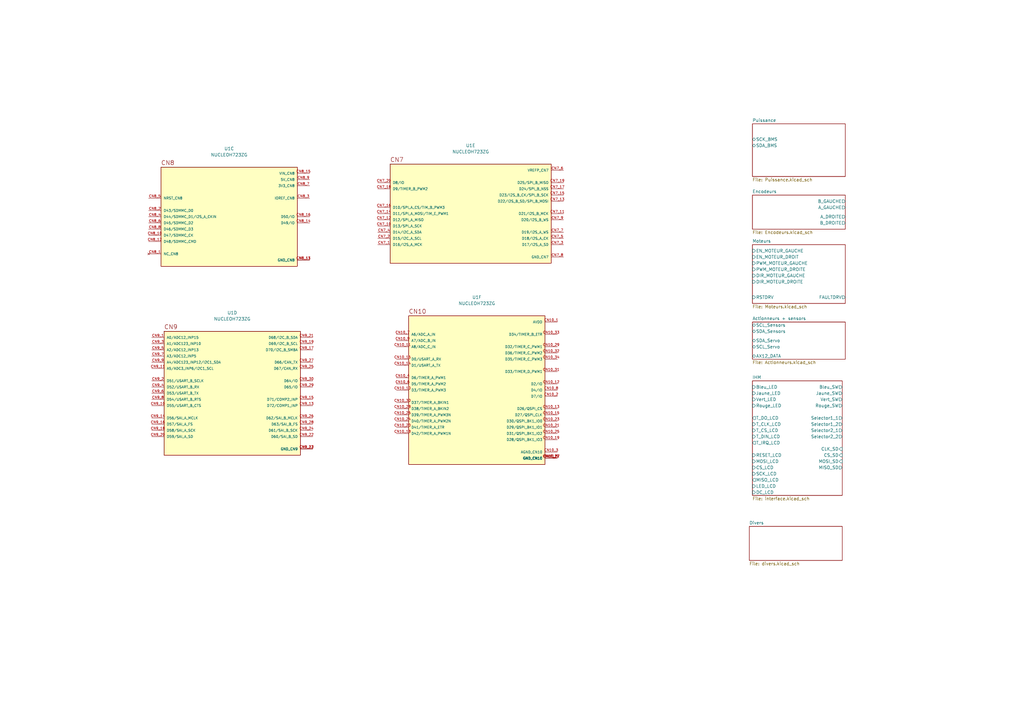
<source format=kicad_sch>
(kicad_sch (version 20231120) (generator "eeschema") (generator_version "8.0")
  (paper "A3")
  (lib_symbols
    (symbol "NUCLEOH723ZG:NUCLEOH723ZG" (pin_names (offset 1.016))
      (property "Reference" "U" (at -12.7 57.15 0))
      (property "Value" "NUCLEOH723ZG" (at -12.7 -54.61 0))
      (symbol "NUCLEOH723ZG_1_0"
        (rectangle (start -12.7 -53.34) (end 12.7 53.34) (stroke (width 0.254)) (fill (type background)))
        (text "CN11" (at -12.7 54.102 0) (effects (font (size 1.778 1.778)) (justify left bottom)))
        (pin bidirectional line (at -17.78 -7.62 0) (length 5.08) (name "PC10") (number "CN11_1"))
        (pin no_connect line (at 17.78 -45.72 180) (length 5.08) (name "NC") (number "CN11_10"))
        (pin bidirectional line (at 17.78 0 180) (length 5.08) (name "PF7") (number "CN11_11"))
        (pin bidirectional line (at 17.78 33.02 180) (length 5.08) (name "IOREF") (number "CN11_12"))
        (pin bidirectional line (at -17.78 20.32 0) (length 5.08) (name "PA13") (number "CN11_13"))
        (pin input line (at -17.78 33.02 0) (length 5.08) (name "NRST") (number "CN11_14"))
        (pin bidirectional line (at -17.78 17.78 0) (length 5.08) (name "PA14") (number "CN11_15"))
        (pin power_in line (at 17.78 50.8 180) (length 5.08) (name "3V3") (number "CN11_16"))
        (pin bidirectional line (at -17.78 15.24 0) (length 5.08) (name "PA15") (number "CN11_17"))
        (pin power_in line (at 17.78 48.26 180) (length 5.08) (name "5V") (number "CN11_18"))
        (pin power_in line (at 17.78 -50.8 180) (length 5.08) (name "GND_CN11") (number "CN11_19"))
        (pin bidirectional line (at -17.78 -10.16 0) (length 5.08) (name "PC11") (number "CN11_2"))
        (pin power_in line (at 17.78 -50.8 180) (length 5.08) (name "GND_CN11") (number "CN11_20"))
        (pin bidirectional line (at -17.78 7.62 0) (length 5.08) (name "PB7") (number "CN11_21"))
        (pin power_in line (at 17.78 -50.8 180) (length 5.08) (name "GND_CN11") (number "CN11_22"))
        (pin bidirectional line (at -17.78 -15.24 0) (length 5.08) (name "PC13") (number "CN11_23"))
        (pin power_in line (at 17.78 38.1 180) (length 5.08) (name "VIN") (number "CN11_24"))
        (pin bidirectional line (at -17.78 -17.78 0) (length 5.08) (name "PC14") (number "CN11_25"))
        (pin no_connect line (at 17.78 -45.72 180) (length 5.08) (name "NC") (number "CN11_26"))
        (pin bidirectional line (at -17.78 -20.32 0) (length 5.08) (name "PC15") (number "CN11_27"))
        (pin bidirectional line (at -17.78 27.94 0) (length 5.08) (name "PA0") (number "CN11_28"))
        (pin bidirectional line (at 17.78 -38.1 180) (length 5.08) (name "PH0") (number "CN11_29"))
        (pin bidirectional line (at -17.78 -12.7 0) (length 5.08) (name "PC12") (number "CN11_3"))
        (pin bidirectional line (at -17.78 25.4 0) (length 5.08) (name "PA1") (number "CN11_30"))
        (pin bidirectional line (at 17.78 -40.64 180) (length 5.08) (name "PH1") (number "CN11_31"))
        (pin bidirectional line (at -17.78 22.86 0) (length 5.08) (name "PA4") (number "CN11_32"))
        (pin power_in line (at 17.78 43.18 180) (length 5.08) (name "VBAT") (number "CN11_33"))
        (pin bidirectional line (at -17.78 10.16 0) (length 5.08) (name "PB0") (number "CN11_34"))
        (pin bidirectional line (at -17.78 -2.54 0) (length 5.08) (name "PC2") (number "CN11_35"))
        (pin bidirectional line (at -17.78 0 0) (length 5.08) (name "PC1") (number "CN11_36"))
        (pin bidirectional line (at -17.78 -5.08 0) (length 5.08) (name "PC3") (number "CN11_37"))
        (pin bidirectional line (at -17.78 2.54 0) (length 5.08) (name "PC0") (number "CN11_38"))
        (pin bidirectional line (at -17.78 -35.56 0) (length 5.08) (name "PD4") (number "CN11_39"))
        (pin bidirectional line (at -17.78 -30.48 0) (length 5.08) (name "PD2") (number "CN11_4"))
        (pin bidirectional line (at -17.78 -33.02 0) (length 5.08) (name "PD3") (number "CN11_40"))
        (pin bidirectional line (at -17.78 -38.1 0) (length 5.08) (name "PD5") (number "CN11_41"))
        (pin bidirectional line (at 17.78 -15.24 180) (length 5.08) (name "PG2") (number "CN11_42"))
        (pin bidirectional line (at -17.78 -40.64 0) (length 5.08) (name "PD6") (number "CN11_43"))
        (pin bidirectional line (at 17.78 -17.78 180) (length 5.08) (name "PG3") (number "CN11_44"))
        (pin bidirectional line (at -17.78 -43.18 0) (length 5.08) (name "PD7") (number "CN11_45"))
        (pin bidirectional line (at 17.78 25.4 180) (length 5.08) (name "PE2") (number "CN11_46"))
        (pin bidirectional line (at 17.78 22.86 180) (length 5.08) (name "PE3") (number "CN11_47"))
        (pin bidirectional line (at 17.78 20.32 180) (length 5.08) (name "PE4") (number "CN11_48"))
        (pin power_in line (at 17.78 -50.8 180) (length 5.08) (name "GND_CN11") (number "CN11_49"))
        (pin power_in line (at 17.78 40.64 180) (length 5.08) (name "3V3_VDD") (number "CN11_5"))
        (pin bidirectional line (at 17.78 17.78 180) (length 5.08) (name "PE5") (number "CN11_50"))
        (pin bidirectional line (at 17.78 7.62 180) (length 5.08) (name "PF1") (number "CN11_51"))
        (pin bidirectional line (at 17.78 5.08 180) (length 5.08) (name "PF2") (number "CN11_52"))
        (pin bidirectional line (at 17.78 10.16 180) (length 5.08) (name "PF0") (number "CN11_53"))
        (pin bidirectional line (at 17.78 -2.54 180) (length 5.08) (name "PF8") (number "CN11_54"))
        (pin bidirectional line (at -17.78 -27.94 0) (length 5.08) (name "PD1") (number "CN11_55"))
        (pin bidirectional line (at 17.78 -5.08 180) (length 5.08) (name "PF9") (number "CN11_56"))
        (pin bidirectional line (at -17.78 -25.4 0) (length 5.08) (name "PD0") (number "CN11_57"))
        (pin bidirectional line (at 17.78 -12.7 180) (length 5.08) (name "PG1") (number "CN11_58"))
        (pin bidirectional line (at 17.78 -10.16 180) (length 5.08) (name "PG0") (number "CN11_59"))
        (pin power_in line (at 17.78 45.72 180) (length 5.08) (name "5V_EXT") (number "CN11_6"))
        (pin power_in line (at 17.78 -50.8 180) (length 5.08) (name "GND_CN11") (number "CN11_60"))
        (pin bidirectional line (at 17.78 27.94 180) (length 5.08) (name "PE1") (number "CN11_61"))
        (pin bidirectional line (at 17.78 15.24 180) (length 5.08) (name "PE6") (number "CN11_62"))
        (pin bidirectional line (at 17.78 -20.32 180) (length 5.08) (name "PG9") (number "CN11_63"))
        (pin bidirectional line (at 17.78 -33.02 180) (length 5.08) (name "PG15") (number "CN11_64"))
        (pin bidirectional line (at 17.78 -27.94 180) (length 5.08) (name "PG12") (number "CN11_65"))
        (pin bidirectional line (at 17.78 -22.86 180) (length 5.08) (name "PG10") (number "CN11_66"))
        (pin no_connect line (at 17.78 -45.72 180) (length 5.08) (name "NC") (number "CN11_67"))
        (pin bidirectional line (at 17.78 -30.48 180) (length 5.08) (name "PG13") (number "CN11_68"))
        (pin bidirectional line (at -17.78 -45.72 0) (length 5.08) (name "PD9") (number "CN11_69"))
        (pin input line (at -17.78 35.56 0) (length 5.08) (name "BOOT0") (number "CN11_7"))
        (pin bidirectional line (at 17.78 -25.4 180) (length 5.08) (name "PG11") (number "CN11_70"))
        (pin power_in line (at 17.78 -50.8 180) (length 5.08) (name "GND_CN11") (number "CN11_8"))
        (pin bidirectional line (at 17.78 2.54 180) (length 5.08) (name "PF6") (number "CN11_9"))
      )
      (symbol "NUCLEOH723ZG_2_0"
        (rectangle (start -12.7 -53.34) (end 12.7 53.34) (stroke (width 0.254)) (fill (type background)))
        (text "CN12" (at -12.7 54.102 0) (effects (font (size 1.778 1.778)) (justify left bottom)))
        (pin bidirectional line (at -17.78 -35.56 0) (length 5.08) (name "PC9") (number "CN12_1"))
        (pin bidirectional line (at 17.78 43.18 180) (length 5.08) (name "PD8") (number "CN12_10"))
        (pin bidirectional line (at -17.78 38.1 0) (length 5.08) (name "PA5") (number "CN12_11"))
        (pin bidirectional line (at -17.78 20.32 0) (length 5.08) (name "PA12") (number "CN12_12"))
        (pin bidirectional line (at -17.78 35.56 0) (length 5.08) (name "PA6") (number "CN12_13"))
        (pin bidirectional line (at -17.78 22.86 0) (length 5.08) (name "PA11") (number "CN12_14"))
        (pin bidirectional line (at -17.78 33.02 0) (length 5.08) (name "PA7") (number "CN12_15"))
        (pin bidirectional line (at -17.78 -10.16 0) (length 5.08) (name "PB12") (number "CN12_16"))
        (pin bidirectional line (at -17.78 2.54 0) (length 5.08) (name "PB6") (number "CN12_17"))
        (pin bidirectional line (at -17.78 -7.62 0) (length 5.08) (name "PB11") (number "CN12_18"))
        (pin bidirectional line (at -17.78 -30.48 0) (length 5.08) (name "PC7") (number "CN12_19"))
        (pin bidirectional line (at -17.78 -33.02 0) (length 5.08) (name "PC8") (number "CN12_2"))
        (pin power_in line (at 17.78 -50.8 180) (length 5.08) (name "GND_CN12") (number "CN12_20"))
        (pin bidirectional line (at -17.78 27.94 0) (length 5.08) (name "PA9") (number "CN12_21"))
        (pin bidirectional line (at -17.78 12.7 0) (length 5.08) (name "PB2") (number "CN12_22"))
        (pin bidirectional line (at -17.78 30.48 0) (length 5.08) (name "PA8") (number "CN12_23"))
        (pin bidirectional line (at -17.78 15.24 0) (length 5.08) (name "PB1") (number "CN12_24"))
        (pin bidirectional line (at -17.78 -5.08 0) (length 5.08) (name "PB10") (number "CN12_25"))
        (pin bidirectional line (at -17.78 -17.78 0) (length 5.08) (name "PB15") (number "CN12_26"))
        (pin bidirectional line (at -17.78 7.62 0) (length 5.08) (name "PB4") (number "CN12_27"))
        (pin bidirectional line (at -17.78 -15.24 0) (length 5.08) (name "PB14") (number "CN12_28"))
        (pin bidirectional line (at -17.78 5.08 0) (length 5.08) (name "PB5") (number "CN12_29"))
        (pin bidirectional line (at -17.78 0 0) (length 5.08) (name "PB8") (number "CN12_3"))
        (pin bidirectional line (at -17.78 -12.7 0) (length 5.08) (name "PB13") (number "CN12_30"))
        (pin bidirectional line (at -17.78 10.16 0) (length 5.08) (name "PB3") (number "CN12_31"))
        (pin power_in line (at 17.78 -48.26 180) (length 5.08) (name "AGND_CN12") (number "CN12_32"))
        (pin bidirectional line (at -17.78 25.4 0) (length 5.08) (name "PA10") (number "CN12_33"))
        (pin bidirectional line (at -17.78 -22.86 0) (length 5.08) (name "PC4") (number "CN12_34"))
        (pin bidirectional line (at -17.78 43.18 0) (length 5.08) (name "PA2") (number "CN12_35"))
        (pin bidirectional line (at 17.78 -10.16 180) (length 5.08) (name "PF5") (number "CN12_36"))
        (pin bidirectional line (at -17.78 40.64 0) (length 5.08) (name "PA3") (number "CN12_37"))
        (pin bidirectional line (at 17.78 -7.62 180) (length 5.08) (name "PF4") (number "CN12_38"))
        (pin power_in line (at 17.78 -50.8 180) (length 5.08) (name "GND_CN12") (number "CN12_39"))
        (pin bidirectional line (at -17.78 -27.94 0) (length 5.08) (name "PC6") (number "CN12_4"))
        (pin bidirectional line (at 17.78 17.78 180) (length 5.08) (name "PE8") (number "CN12_40"))
        (pin bidirectional line (at 17.78 33.02 180) (length 5.08) (name "PD13") (number "CN12_41"))
        (pin bidirectional line (at 17.78 -12.7 180) (length 5.08) (name "PF10") (number "CN12_42"))
        (pin bidirectional line (at 17.78 35.56 180) (length 5.08) (name "PD12") (number "CN12_43"))
        (pin bidirectional line (at 17.78 20.32 180) (length 5.08) (name "PE7") (number "CN12_44"))
        (pin bidirectional line (at 17.78 38.1 180) (length 5.08) (name "PD11") (number "CN12_45"))
        (pin bidirectional line (at 17.78 30.48 180) (length 5.08) (name "PD14") (number "CN12_46"))
        (pin bidirectional line (at 17.78 12.7 180) (length 5.08) (name "PE10") (number "CN12_47"))
        (pin bidirectional line (at 17.78 27.94 180) (length 5.08) (name "PD15") (number "CN12_48"))
        (pin bidirectional line (at 17.78 7.62 180) (length 5.08) (name "PE12") (number "CN12_49"))
        (pin bidirectional line (at -17.78 -2.54 0) (length 5.08) (name "PB9") (number "CN12_5"))
        (pin bidirectional line (at 17.78 -22.86 180) (length 5.08) (name "PF14") (number "CN12_50"))
        (pin bidirectional line (at 17.78 2.54 180) (length 5.08) (name "PE14") (number "CN12_51"))
        (pin bidirectional line (at 17.78 15.24 180) (length 5.08) (name "PE9") (number "CN12_52"))
        (pin bidirectional line (at 17.78 0 180) (length 5.08) (name "PE15") (number "CN12_53"))
        (pin power_in line (at 17.78 -50.8 180) (length 5.08) (name "GND_CN12") (number "CN12_54"))
        (pin bidirectional line (at 17.78 5.08 180) (length 5.08) (name "PE13") (number "CN12_55"))
        (pin bidirectional line (at 17.78 10.16 180) (length 5.08) (name "PE11") (number "CN12_56"))
        (pin bidirectional line (at 17.78 -20.32 180) (length 5.08) (name "PF13") (number "CN12_57"))
        (pin bidirectional line (at 17.78 -5.08 180) (length 5.08) (name "PF3") (number "CN12_58"))
        (pin bidirectional line (at 17.78 -17.78 180) (length 5.08) (name "PF12") (number "CN12_59"))
        (pin bidirectional line (at -17.78 -25.4 0) (length 5.08) (name "PC5") (number "CN12_6"))
        (pin bidirectional line (at 17.78 -25.4 180) (length 5.08) (name "PF15") (number "CN12_60"))
        (pin bidirectional line (at 17.78 -43.18 180) (length 5.08) (name "PG14") (number "CN12_61"))
        (pin bidirectional line (at 17.78 -15.24 180) (length 5.08) (name "PF11") (number "CN12_62"))
        (pin power_in line (at 17.78 -50.8 180) (length 5.08) (name "GND_CN12") (number "CN12_63"))
        (pin bidirectional line (at 17.78 22.86 180) (length 5.08) (name "PE0") (number "CN12_64"))
        (pin bidirectional line (at 17.78 40.64 180) (length 5.08) (name "PD10") (number "CN12_65"))
        (pin bidirectional line (at 17.78 -40.64 180) (length 5.08) (name "PG8") (number "CN12_66"))
        (pin bidirectional line (at 17.78 -38.1 180) (length 5.08) (name "PG7") (number "CN12_67"))
        (pin bidirectional line (at 17.78 -33.02 180) (length 5.08) (name "PG5") (number "CN12_68"))
        (pin bidirectional line (at 17.78 -30.48 180) (length 5.08) (name "PG4") (number "CN12_69"))
        (pin power_in line (at 17.78 50.8 180) (length 5.08) (name "VREFP") (number "CN12_7"))
        (pin bidirectional line (at 17.78 -35.56 180) (length 5.08) (name "PG6") (number "CN12_70"))
        (pin power_in line (at 17.78 48.26 180) (length 5.08) (name "5V_USB_STLK") (number "CN12_8"))
        (pin power_in line (at 17.78 -50.8 180) (length 5.08) (name "GND_CN12") (number "CN12_9"))
      )
      (symbol "NUCLEOH723ZG_3_0"
        (rectangle (start -27.94 -20.32) (end 27.94 20.32) (stroke (width 0.254)) (fill (type background)))
        (text "CN8" (at -27.94 21.082 0) (effects (font (size 1.778 1.778)) (justify left bottom)))
        (pin no_connect line (at -33.02 -15.24 0) (length 5.08) (name "NC_CN8") (number "CN8_1"))
        (pin bidirectional line (at -33.02 -7.62 0) (length 5.08) (name "D47/SDMMC_CK") (number "CN8_10"))
        (pin power_in line (at 33.02 -17.78 180) (length 5.08) (name "GND_CN8") (number "CN8_11"))
        (pin bidirectional line (at -33.02 -10.16 0) (length 5.08) (name "D48/SDMMC_CMD") (number "CN8_12"))
        (pin power_in line (at 33.02 -17.78 180) (length 5.08) (name "GND_CN8") (number "CN8_13"))
        (pin bidirectional line (at 33.02 -2.54 180) (length 5.08) (name "D49/IO") (number "CN8_14"))
        (pin power_in line (at 33.02 17.78 180) (length 5.08) (name "VIN_CN8") (number "CN8_15"))
        (pin bidirectional line (at 33.02 0 180) (length 5.08) (name "D50/IO") (number "CN8_16"))
        (pin bidirectional line (at -33.02 2.54 0) (length 5.08) (name "D43/SDMMC_D0") (number "CN8_2"))
        (pin bidirectional line (at 33.02 7.62 180) (length 5.08) (name "IOREF_CN8") (number "CN8_3"))
        (pin bidirectional line (at -33.02 0 0) (length 5.08) (name "D44/SDMMC_D1/I2S_A_CKIN") (number "CN8_4"))
        (pin input line (at -33.02 7.62 0) (length 5.08) (name "NRST_CN8") (number "CN8_5"))
        (pin bidirectional line (at -33.02 -2.54 0) (length 5.08) (name "D45/SDMMC_D2") (number "CN8_6"))
        (pin power_in line (at 33.02 12.7 180) (length 5.08) (name "3V3_CN8") (number "CN8_7"))
        (pin bidirectional line (at -33.02 -5.08 0) (length 5.08) (name "D46/SDMMC_D3") (number "CN8_8"))
        (pin power_in line (at 33.02 15.24 180) (length 5.08) (name "5V_CN8") (number "CN8_9"))
      )
      (symbol "NUCLEOH723ZG_4_0"
        (rectangle (start -27.94 -25.4) (end 27.94 25.4) (stroke (width 0.254)) (fill (type background)))
        (text "CN9" (at -27.94 26.162 0) (effects (font (size 1.778 1.778)) (justify left bottom)))
        (pin input line (at -33.02 22.86 0) (length 5.08) (name "A0/ADC12_INP15") (number "CN9_1"))
        (pin bidirectional line (at -33.02 -5.08 0) (length 5.08) (name "D55/USART_B_CTS") (number "CN9_10"))
        (pin input line (at -33.02 10.16 0) (length 5.08) (name "A5/ADC3_INP6/I2C1_SCL") (number "CN9_11"))
        (pin power_in line (at 33.02 -22.86 180) (length 5.08) (name "GND_CN9") (number "CN9_12"))
        (pin bidirectional line (at 33.02 -5.08 180) (length 5.08) (name "D72/COMP1_INP") (number "CN9_13"))
        (pin bidirectional line (at -33.02 -10.16 0) (length 5.08) (name "D56/SAI_A_MCLK") (number "CN9_14"))
        (pin bidirectional line (at 33.02 -2.54 180) (length 5.08) (name "D71/COMP2_INP") (number "CN9_15"))
        (pin bidirectional line (at -33.02 -12.7 0) (length 5.08) (name "D57/SAI_A_FS") (number "CN9_16"))
        (pin bidirectional line (at 33.02 17.78 180) (length 5.08) (name "D70/I2C_B_SMBA") (number "CN9_17"))
        (pin bidirectional line (at -33.02 -15.24 0) (length 5.08) (name "D58/SAI_A_SCK") (number "CN9_18"))
        (pin bidirectional line (at 33.02 20.32 180) (length 5.08) (name "D69/I2C_B_SCL") (number "CN9_19"))
        (pin bidirectional line (at -33.02 5.08 0) (length 5.08) (name "D51/USART_B_SCLK") (number "CN9_2"))
        (pin bidirectional line (at -33.02 -17.78 0) (length 5.08) (name "D59/SAI_A_SD") (number "CN9_20"))
        (pin bidirectional line (at 33.02 22.86 180) (length 5.08) (name "D68/I2C_B_SDA") (number "CN9_21"))
        (pin bidirectional line (at 33.02 -17.78 180) (length 5.08) (name "D60/SAI_B_SD") (number "CN9_22"))
        (pin power_in line (at 33.02 -22.86 180) (length 5.08) (name "GND_CN9") (number "CN9_23"))
        (pin bidirectional line (at 33.02 -15.24 180) (length 5.08) (name "D61/SAI_B_SCK") (number "CN9_24"))
        (pin input line (at 33.02 10.16 180) (length 5.08) (name "D67/CAN_RX") (number "CN9_25"))
        (pin bidirectional line (at 33.02 -10.16 180) (length 5.08) (name "D62/SAI_B_MCLK") (number "CN9_26"))
        (pin output line (at 33.02 12.7 180) (length 5.08) (name "D66/CAN_TX") (number "CN9_27"))
        (pin bidirectional line (at 33.02 -12.7 180) (length 5.08) (name "D63/SAI_B_FS") (number "CN9_28"))
        (pin bidirectional line (at 33.02 2.54 180) (length 5.08) (name "D65/IO") (number "CN9_29"))
        (pin input line (at -33.02 20.32 0) (length 5.08) (name "A1/ADC123_INP10") (number "CN9_3"))
        (pin bidirectional line (at 33.02 5.08 180) (length 5.08) (name "D64/IO") (number "CN9_30"))
        (pin bidirectional line (at -33.02 2.54 0) (length 5.08) (name "D52/USART_B_RX") (number "CN9_4"))
        (pin input line (at -33.02 17.78 0) (length 5.08) (name "A2/ADC12_INP13") (number "CN9_5"))
        (pin bidirectional line (at -33.02 0 0) (length 5.08) (name "D53/USART_B_TX") (number "CN9_6"))
        (pin input line (at -33.02 15.24 0) (length 5.08) (name "A3/ADC12_INP5") (number "CN9_7"))
        (pin bidirectional line (at -33.02 -2.54 0) (length 5.08) (name "D54/USART_B_RTS") (number "CN9_8"))
        (pin input line (at -33.02 12.7 0) (length 5.08) (name "A4/ADC123_INP12/I2C1_SDA") (number "CN9_9"))
      )
      (symbol "NUCLEOH723ZG_5_0"
        (rectangle (start -33.02 -20.32) (end 33.02 20.32) (stroke (width 0.254)) (fill (type background)))
        (text "CN7" (at -33.02 21.082 0) (effects (font (size 1.778 1.778)) (justify left bottom)))
        (pin bidirectional line (at -38.1 -12.7 0) (length 5.08) (name "D16/I2S_A_MCK") (number "CN7_1"))
        (pin bidirectional line (at -38.1 -5.08 0) (length 5.08) (name "D13/SPI_A_SCK") (number "CN7_10"))
        (pin bidirectional line (at 38.1 0 180) (length 5.08) (name "D21/I2S_B_MCK") (number "CN7_11"))
        (pin bidirectional line (at -38.1 -2.54 0) (length 5.08) (name "D12/SPI_A_MISO") (number "CN7_12"))
        (pin bidirectional line (at 38.1 5.08 180) (length 5.08) (name "D22/I2S_B_SD/SPI_B_MOSI") (number "CN7_13"))
        (pin bidirectional line (at -38.1 0 0) (length 5.08) (name "D11/SPI_A_MOSI/TIM_E_PWM1") (number "CN7_14"))
        (pin bidirectional line (at 38.1 7.62 180) (length 5.08) (name "D23/I2S_B_CK/SPI_B_SCK") (number "CN7_15"))
        (pin bidirectional line (at -38.1 2.54 0) (length 5.08) (name "D10/SPI_A_CS/TIM_B_PWM3") (number "CN7_16"))
        (pin bidirectional line (at 38.1 10.16 180) (length 5.08) (name "D24/SPI_B_NSS") (number "CN7_17"))
        (pin bidirectional line (at -38.1 10.16 0) (length 5.08) (name "D9/TIMER_B_PWM2") (number "CN7_18"))
        (pin bidirectional line (at 38.1 12.7 180) (length 5.08) (name "D25/SPI_B_MISO") (number "CN7_19"))
        (pin bidirectional line (at -38.1 -10.16 0) (length 5.08) (name "D15/I2C_A_SCL") (number "CN7_2"))
        (pin bidirectional line (at -38.1 12.7 0) (length 5.08) (name "D8/IO") (number "CN7_20"))
        (pin bidirectional line (at 38.1 -12.7 180) (length 5.08) (name "D17/I2S_A_SD") (number "CN7_3"))
        (pin bidirectional line (at -38.1 -7.62 0) (length 5.08) (name "D14/I2C_A_SDA") (number "CN7_4"))
        (pin bidirectional line (at 38.1 -10.16 180) (length 5.08) (name "D18/I2S_A_CK") (number "CN7_5"))
        (pin power_in line (at 38.1 17.78 180) (length 5.08) (name "VREFP_CN7") (number "CN7_6"))
        (pin bidirectional line (at 38.1 -7.62 180) (length 5.08) (name "D19/I2S_A_WS") (number "CN7_7"))
        (pin power_in line (at 38.1 -17.78 180) (length 5.08) (name "GND_CN7") (number "CN7_8"))
        (pin bidirectional line (at 38.1 -2.54 180) (length 5.08) (name "D20/I2S_B_WS") (number "CN7_9"))
      )
      (symbol "NUCLEOH723ZG_6_0"
        (rectangle (start -27.94 -30.48) (end 27.94 30.48) (stroke (width 0.254)) (fill (type background)))
        (text "CN10" (at -27.94 31.242 0) (effects (font (size 1.778 1.778)) (justify left bottom)))
        (pin power_in line (at 33.02 27.94 180) (length 5.08) (name "AVDD") (number "CN10_1"))
        (pin bidirectional line (at -33.02 0 0) (length 5.08) (name "D3/TIMER_A_PWM3") (number "CN10_10"))
        (pin input line (at -33.02 17.78 0) (length 5.08) (name "A8/ADC_C_IN") (number "CN10_11"))
        (pin bidirectional line (at 33.02 2.54 180) (length 5.08) (name "D2/IO") (number "CN10_12"))
        (pin bidirectional line (at 33.02 -7.62 180) (length 5.08) (name "D26/QSPI_CS") (number "CN10_13"))
        (pin output line (at -33.02 10.16 0) (length 5.08) (name "D1/USART_A_TX") (number "CN10_14"))
        (pin bidirectional line (at 33.02 -10.16 180) (length 5.08) (name "D27/QSPI_CLK") (number "CN10_15"))
        (pin input line (at -33.02 12.7 0) (length 5.08) (name "D0/USART_A_RX") (number "CN10_16"))
        (pin power_in line (at 33.02 -27.94 180) (length 5.08) (name "GND_CN10") (number "CN10_17"))
        (pin bidirectional line (at -33.02 -17.78 0) (length 5.08) (name "D42/TIMER_A_PWM1N") (number "CN10_18"))
        (pin bidirectional line (at 33.02 -20.32 180) (length 5.08) (name "D28/QSPI_BK1_IO3") (number "CN10_19"))
        (pin bidirectional line (at 33.02 -2.54 180) (length 5.08) (name "D7/IO") (number "CN10_2"))
        (pin bidirectional line (at -33.02 -15.24 0) (length 5.08) (name "D41/TIMER_A_ETR") (number "CN10_20"))
        (pin bidirectional line (at 33.02 -15.24 180) (length 5.08) (name "D29/QSPI_BK1_IO1") (number "CN10_21"))
        (pin power_in line (at 33.02 -27.94 180) (length 5.08) (name "GND_CN10") (number "CN10_22"))
        (pin bidirectional line (at 33.02 -12.7 180) (length 5.08) (name "D30/QSPI_BK1_IO0") (number "CN10_23"))
        (pin bidirectional line (at -33.02 -12.7 0) (length 5.08) (name "D40/TIMER_A_PWM2N") (number "CN10_24"))
        (pin bidirectional line (at 33.02 -17.78 180) (length 5.08) (name "D31/QSPI_BK1_IO2") (number "CN10_25"))
        (pin bidirectional line (at -33.02 -10.16 0) (length 5.08) (name "D39/TIMER_A_PWM3N") (number "CN10_26"))
        (pin power_in line (at 33.02 -27.94 180) (length 5.08) (name "GND_CN10") (number "CN10_27"))
        (pin bidirectional line (at -33.02 -7.62 0) (length 5.08) (name "D38/TIMER_A_BKIN2") (number "CN10_28"))
        (pin bidirectional line (at 33.02 17.78 180) (length 5.08) (name "D32/TIMER_C_PWM1") (number "CN10_29"))
        (pin power_in line (at 33.02 -25.4 180) (length 5.08) (name "AGND_CN10") (number "CN10_3"))
        (pin bidirectional line (at -33.02 -5.08 0) (length 5.08) (name "D37/TIMER_A_BKIN1") (number "CN10_30"))
        (pin bidirectional line (at 33.02 7.62 180) (length 5.08) (name "D33/TIMER_D_PWM1") (number "CN10_31"))
        (pin bidirectional line (at 33.02 15.24 180) (length 5.08) (name "D36/TIMER_C_PWM2") (number "CN10_32"))
        (pin bidirectional line (at 33.02 22.86 180) (length 5.08) (name "D34/TIMER_B_ETR") (number "CN10_33"))
        (pin bidirectional line (at 33.02 12.7 180) (length 5.08) (name "D35/TIMER_C_PWM3") (number "CN10_34"))
        (pin bidirectional line (at -33.02 5.08 0) (length 5.08) (name "D6/TIMER_A_PWM1") (number "CN10_4"))
        (pin power_in line (at 33.02 -27.94 180) (length 5.08) (name "GND_CN10") (number "CN10_5"))
        (pin bidirectional line (at -33.02 2.54 0) (length 5.08) (name "D5/TIMER_A_PWM2") (number "CN10_6"))
        (pin input line (at -33.02 22.86 0) (length 5.08) (name "A6/ADC_A_IN") (number "CN10_7"))
        (pin bidirectional line (at 33.02 0 180) (length 5.08) (name "D4/IO") (number "CN10_8"))
        (pin input line (at -33.02 20.32 0) (length 5.08) (name "A7/ADC_B_IN") (number "CN10_9"))
      )
      (symbol "NUCLEOH723ZG_7_0"
        (rectangle (start -7.62 -2.54) (end 7.62 2.54) (stroke (width 0.254)) (fill (type background)))
        (text "CN3" (at -7.62 3.302 0) (effects (font (size 1.778 1.778)) (justify left bottom)))
        (pin power_in line (at 12.7 0 180) (length 5.08) (name "GND_CN3") (number "CN3_1"))
        (pin power_in line (at 12.7 0 180) (length 5.08) (name "GND_CN3") (number "CN3_2"))
      )
      (symbol "NUCLEOH723ZG_8_0"
        (rectangle (start -7.62 -2.54) (end 7.62 2.54) (stroke (width 0.254)) (fill (type background)))
        (text "CN4" (at -7.62 3.302 0) (effects (font (size 1.778 1.778)) (justify left bottom)))
        (pin power_in line (at 12.7 0 180) (length 5.08) (name "GND_CN4") (number "CN4_1"))
        (pin power_in line (at 12.7 0 180) (length 5.08) (name "GND_CN4") (number "CN4_2"))
      )
      (symbol "NUCLEOH723ZG_9_0"
        (rectangle (start -7.62 -2.54) (end 7.62 2.54) (stroke (width 0.254)) (fill (type background)))
        (text "CN15" (at -7.62 3.302 0) (effects (font (size 1.778 1.778)) (justify left bottom)))
        (pin power_in line (at 12.7 0 180) (length 5.08) (name "GND_CN15") (number "CN15_1"))
        (pin power_in line (at 12.7 0 180) (length 5.08) (name "GND_CN15") (number "CN15_2"))
      )
      (symbol "NUCLEOH723ZG_10_0"
        (rectangle (start -7.62 -2.54) (end 7.62 2.54) (stroke (width 0.254)) (fill (type background)))
        (text "CN16" (at -7.62 3.302 0) (effects (font (size 1.778 1.778)) (justify left bottom)))
        (pin power_in line (at 12.7 0 180) (length 5.08) (name "GND_CN16") (number "CN16_1"))
        (pin power_in line (at 12.7 0 180) (length 5.08) (name "GND_CN16") (number "CN16_2"))
      )
    )
  )
  (symbol (lib_id "NUCLEOH723ZG:NUCLEOH723ZG") (at 95.25 161.29 0) (unit 4)
    (property "Reference" "U1" (at 95.25 128.27 0))
    (property "Value" "NUCLEOH723ZG" (at 95.25 130.81 0))
    (property "Footprint" "NUCLEO-H723ZG:MODULE_NUCLEOH723ZG" (effects (hide yes)))
    (property "MF" "STMicroelectronics" (effects (hide yes)))
    (property "MAXIMUM_PACKAGE_HEIGHT" "18.57 mm" (effects (hide yes)))
    (property "Package" "None" (effects (hide yes)))
    (property "Price" "None" (effects (hide yes)))
    (property "Check_prices" "https://www.snapeda.com/parts/NUCLEOH723ZG/STMicroelectronics/view-part/?ref=eda" (effects (hide yes)))
    (property "STANDARD" "Manufacturer Recommendations" (effects (hide yes)))
    (property "PARTREV" "2" (effects (hide yes)))
    (property "SnapEDA_Link" "https://www.snapeda.com/parts/NUCLEOH723ZG/STMicroelectronics/view-part/?ref=snap" (effects (hide yes)))
    (property "MP" "NUCLEOH723ZG" (effects (hide yes)))
    (property "Description_1" "\nSTM32H723 Nucleo-144 STM32H7 ARM® Cortex®-M7 MCU 32-Bit Embedded Evaluation Board\n" (effects (hide yes)))
    (property "SNAPEDA_PN" "NUCLEOH723ZG" (effects (hide yes)))
    (property "Availability" "In Stock" (effects (hide yes)))
    (property "MANUFACTURER" "STMicroelectronics" (effects (hide yes)))
  )
  (symbol (lib_id "NUCLEOH723ZG:NUCLEOH723ZG") (at 93.98 88.9 0) (unit 3)
    (property "Reference" "U1" (at 93.98 60.96 0))
    (property "Value" "NUCLEOH723ZG" (at 93.98 63.5 0))
    (property "Footprint" "NUCLEO-H723ZG:MODULE_NUCLEOH723ZG" (effects (hide yes)))
    (property "MF" "STMicroelectronics" (effects (hide yes)))
    (property "MAXIMUM_PACKAGE_HEIGHT" "18.57 mm" (effects (hide yes)))
    (property "Package" "None" (effects (hide yes)))
    (property "Price" "None" (effects (hide yes)))
    (property "Check_prices" "https://www.snapeda.com/parts/NUCLEOH723ZG/STMicroelectronics/view-part/?ref=eda" (effects (hide yes)))
    (property "STANDARD" "Manufacturer Recommendations" (effects (hide yes)))
    (property "PARTREV" "2" (effects (hide yes)))
    (property "SnapEDA_Link" "https://www.snapeda.com/parts/NUCLEOH723ZG/STMicroelectronics/view-part/?ref=snap" (effects (hide yes)))
    (property "MP" "NUCLEOH723ZG" (effects (hide yes)))
    (property "Description_1" "\nSTM32H723 Nucleo-144 STM32H7 ARM® Cortex®-M7 MCU 32-Bit Embedded Evaluation Board\n" (effects (hide yes)))
    (property "SNAPEDA_PN" "NUCLEOH723ZG" (effects (hide yes)))
    (property "Availability" "In Stock" (effects (hide yes)))
    (property "MANUFACTURER" "STMicroelectronics" (effects (hide yes)))
  )
  (symbol (lib_id "NUCLEOH723ZG:NUCLEOH723ZG") (at 193.04 87.63 0) (unit 5)
    (property "Reference" "U1" (at 193.04 59.69 0))
    (property "Value" "NUCLEOH723ZG" (at 193.04 62.23 0))
    (property "Footprint" "NUCLEO-H723ZG:MODULE_NUCLEOH723ZG" (effects (hide yes)))
    (property "MF" "STMicroelectronics" (effects (hide yes)))
    (property "MAXIMUM_PACKAGE_HEIGHT" "18.57 mm" (effects (hide yes)))
    (property "Package" "None" (effects (hide yes)))
    (property "Price" "None" (effects (hide yes)))
    (property "Check_prices" "https://www.snapeda.com/parts/NUCLEOH723ZG/STMicroelectronics/view-part/?ref=eda" (effects (hide yes)))
    (property "STANDARD" "Manufacturer Recommendations" (effects (hide yes)))
    (property "PARTREV" "2" (effects (hide yes)))
    (property "SnapEDA_Link" "https://www.snapeda.com/parts/NUCLEOH723ZG/STMicroelectronics/view-part/?ref=snap" (effects (hide yes)))
    (property "MP" "NUCLEOH723ZG" (effects (hide yes)))
    (property "Description_1" "\nSTM32H723 Nucleo-144 STM32H7 ARM® Cortex®-M7 MCU 32-Bit Embedded Evaluation Board\n" (effects (hide yes)))
    (property "SNAPEDA_PN" "NUCLEOH723ZG" (effects (hide yes)))
    (property "Availability" "In Stock" (effects (hide yes)))
    (property "MANUFACTURER" "STMicroelectronics" (effects (hide yes)))
  )
  (symbol (lib_id "NUCLEOH723ZG:NUCLEOH723ZG") (at 195.58 160.02 0) (unit 6)
    (property "Reference" "U1" (at 195.58 121.92 0))
    (property "Value" "NUCLEOH723ZG" (at 195.58 124.46 0))
    (property "Footprint" "NUCLEO-H723ZG:MODULE_NUCLEOH723ZG" (effects (hide yes)))
    (property "MF" "STMicroelectronics" (effects (hide yes)))
    (property "MAXIMUM_PACKAGE_HEIGHT" "18.57 mm" (effects (hide yes)))
    (property "Package" "None" (effects (hide yes)))
    (property "Price" "None" (effects (hide yes)))
    (property "Check_prices" "https://www.snapeda.com/parts/NUCLEOH723ZG/STMicroelectronics/view-part/?ref=eda" (effects (hide yes)))
    (property "STANDARD" "Manufacturer Recommendations" (effects (hide yes)))
    (property "PARTREV" "2" (effects (hide yes)))
    (property "SnapEDA_Link" "https://www.snapeda.com/parts/NUCLEOH723ZG/STMicroelectronics/view-part/?ref=snap" (effects (hide yes)))
    (property "MP" "NUCLEOH723ZG" (effects (hide yes)))
    (property "Description_1" "\nSTM32H723 Nucleo-144 STM32H7 ARM® Cortex®-M7 MCU 32-Bit Embedded Evaluation Board\n" (effects (hide yes)))
    (property "SNAPEDA_PN" "NUCLEOH723ZG" (effects (hide yes)))
    (property "Availability" "In Stock" (effects (hide yes)))
    (property "MANUFACTURER" "STMicroelectronics" (effects (hide yes)))
  )
  (sheet (at 308.61 50.8) (size 38.1 21.59) (stroke (width 0.1524)) (fill (color 255 0 24 0.0000))
    (property "Sheetname" "Puissance" (at 308.61 50.0884 0) (effects (justify left bottom)))
    (property "Sheetfile" "Puissance.kicad_sch" (at 308.61 72.9746 0) (effects (justify left top)))
    (pin "SCK_BMS" bidirectional (at 308.61 57.15 180))
    (pin "SDA_BMS" bidirectional (at 308.61 59.69 180))
  )
  (sheet (at 308.61 80.01) (size 38.1 13.97) (stroke (width 0.1524))
    (property "Sheetname" "Encodeurs" (at 308.61 79.2984 0) (effects (justify left bottom)))
    (property "Sheetfile" "Encodeurs.kicad_sch" (at 308.61 94.5646 0) (effects (justify left top)))
    (pin "B_GAUCHE" output (at 346.71 82.55 0))
    (pin "A_GAUCHE" output (at 346.71 85.09 0))
    (pin "A_DROITE" output (at 346.71 88.9 0))
    (pin "B_DROITE" output (at 346.71 91.44 0))
  )
  (sheet (at 307.34 215.9) (size 38.1 13.97) (stroke (width 0.1524))
    (property "Sheetname" "Divers" (at 307.34 215.1884 0) (effects (justify left bottom)))
    (property "Sheetfile" "divers.kicad_sch" (at 307.34 230.4546 0) (effects (justify left top)))
  )
  (sheet (at 308.61 156.21) (size 36.83 46.99) (stroke (width 0.1524))
    (property "Sheetname" "IHM" (at 308.61 155.4984 0) (effects (justify left bottom)))
    (property "Sheetfile" "interface.kicad_sch" (at 308.61 203.7846 0) (effects (justify left top)))
    (pin "Bleu_SW" output (at 345.44 158.75 0))
    (pin "Selector2_1" output (at 345.44 176.53 0))
    (pin "Selector1_2" output (at 345.44 173.99 0))
    (pin "Selector2_2" output (at 345.44 179.07 0))
    (pin "Selector1_1" output (at 345.44 171.45 0))
    (pin "Jaune_SW" output (at 345.44 161.29 0))
    (pin "Vert_SW" output (at 345.44 163.83 0))
    (pin "Rouge_SW" output (at 345.44 166.37 0))
    (pin "Jaune_LED" input (at 308.61 161.29 180))
    (pin "Vert_LED" input (at 308.61 163.83 180))
    (pin "Bleu_LED" input (at 308.61 158.75 180))
    (pin "Rouge_LED" input (at 308.61 166.37 180))
    (pin "T_DO_LCD" output (at 308.61 171.45 180))
    (pin "T_CLK_LCD" input (at 308.61 173.99 180))
    (pin "T_CS_LCD" input (at 308.61 176.53 180))
    (pin "T_DIN_LCD" input (at 308.61 179.07 180))
    (pin "T_IRQ_LCD" output (at 308.61 181.61 180))
    (pin "CLK_SD" input (at 345.44 184.15 0))
    (pin "CS_SD" input (at 345.44 186.69 0))
    (pin "MOSI_SD" input (at 345.44 189.23 0))
    (pin "MISO_SD" output (at 345.44 191.77 0))
    (pin "RESET_LCD" input (at 308.61 186.69 180))
    (pin "CS_LCD" input (at 308.61 191.77 180))
    (pin "MISO_LCD" output (at 308.61 196.85 180))
    (pin "DC_LCD" input (at 308.61 201.93 180))
    (pin "LED_LCD" input (at 308.61 199.39 180))
    (pin "SCK_LCD" input (at 308.61 194.31 180))
    (pin "MOSI_LCD" input (at 308.61 189.23 180))
  )
  (sheet (at 308.61 100.33) (size 38.1 24.13) (stroke (width 0.1524)) (fill (color 255 0 0 0.0000))
    (property "Sheetname" "Moteurs" (at 308.61 99.6184 0) (effects (justify left bottom)))
    (property "Sheetfile" "Moteurs.kicad_sch" (at 308.61 125.0446 0) (effects (justify left top)))
    (pin "EN_MOTEUR_GAUCHE" input (at 308.61 102.87 180))
    (pin "EN_MOTEUR_DROIT" input (at 308.61 105.41 180))
    (pin "RSTDRV" input (at 308.61 121.92 180))
    (pin "FAULTDRV" output (at 346.71 121.92 0))
    (pin "PWM_MOTEUR_GAUCHE" input (at 308.61 107.95 180))
    (pin "PWM_MOTEUR_DROITE" input (at 308.61 110.49 180))
    (pin "DIR_MOTEUR_GAUCHE" input (at 308.61 113.03 180))
    (pin "DIR_MOTEUR_DROITE" input (at 308.61 115.57 180))
  )
  (sheet (at 308.61 132.08) (size 38.1 15.24) (stroke (width 0.1524))
    (property "Sheetname" "Actionneurs + sensors" (at 308.61 131.3684 0) (effects (justify left bottom)))
    (property "Sheetfile" "Actionneurs.kicad_sch" (at 308.61 147.9046 0) (effects (justify left top)))
    (pin "AX12_DATA" bidirectional (at 308.61 146.05 180))
    (pin "SCL_Servo" bidirectional (at 308.61 142.24 180))
    (pin "SDA_Servo" bidirectional (at 308.61 139.7 180))
    (pin "SDA_Sensors" bidirectional (at 308.61 135.89 180))
    (pin "SCL_Sensors" bidirectional (at 308.61 133.35 180))
  )
)
</source>
